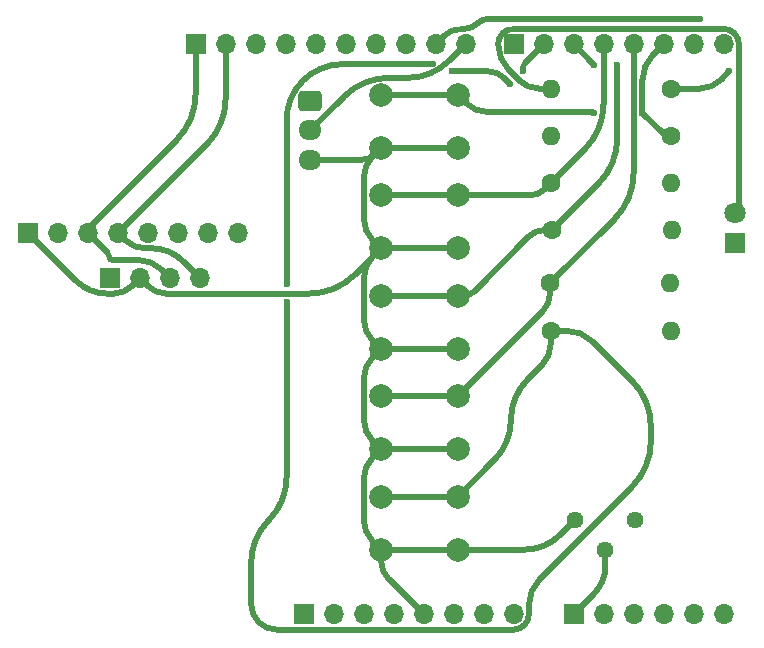
<source format=gbr>
%TF.GenerationSoftware,KiCad,Pcbnew,8.0.8*%
%TF.CreationDate,2025-02-03T17:03:24-07:00*%
%TF.ProjectId,Uno_Shield_ThermoPro,556e6f5f-5368-4696-956c-645f54686572,rev?*%
%TF.SameCoordinates,Original*%
%TF.FileFunction,Copper,L1,Top*%
%TF.FilePolarity,Positive*%
%FSLAX46Y46*%
G04 Gerber Fmt 4.6, Leading zero omitted, Abs format (unit mm)*
G04 Created by KiCad (PCBNEW 8.0.8) date 2025-02-03 17:03:24*
%MOMM*%
%LPD*%
G01*
G04 APERTURE LIST*
G04 Aperture macros list*
%AMRoundRect*
0 Rectangle with rounded corners*
0 $1 Rounding radius*
0 $2 $3 $4 $5 $6 $7 $8 $9 X,Y pos of 4 corners*
0 Add a 4 corners polygon primitive as box body*
4,1,4,$2,$3,$4,$5,$6,$7,$8,$9,$2,$3,0*
0 Add four circle primitives for the rounded corners*
1,1,$1+$1,$2,$3*
1,1,$1+$1,$4,$5*
1,1,$1+$1,$6,$7*
1,1,$1+$1,$8,$9*
0 Add four rect primitives between the rounded corners*
20,1,$1+$1,$2,$3,$4,$5,0*
20,1,$1+$1,$4,$5,$6,$7,0*
20,1,$1+$1,$6,$7,$8,$9,0*
20,1,$1+$1,$8,$9,$2,$3,0*%
G04 Aperture macros list end*
%TA.AperFunction,ComponentPad*%
%ADD10R,1.700000X1.700000*%
%TD*%
%TA.AperFunction,ComponentPad*%
%ADD11O,1.700000X1.700000*%
%TD*%
%TA.AperFunction,ComponentPad*%
%ADD12C,2.000000*%
%TD*%
%TA.AperFunction,ComponentPad*%
%ADD13R,1.800000X1.800000*%
%TD*%
%TA.AperFunction,ComponentPad*%
%ADD14C,1.800000*%
%TD*%
%TA.AperFunction,ComponentPad*%
%ADD15C,1.600000*%
%TD*%
%TA.AperFunction,ComponentPad*%
%ADD16O,1.600000X1.600000*%
%TD*%
%TA.AperFunction,ComponentPad*%
%ADD17RoundRect,0.250000X-0.725000X0.600000X-0.725000X-0.600000X0.725000X-0.600000X0.725000X0.600000X0*%
%TD*%
%TA.AperFunction,ComponentPad*%
%ADD18O,1.950000X1.700000*%
%TD*%
%TA.AperFunction,ComponentPad*%
%ADD19C,1.440000*%
%TD*%
%TA.AperFunction,ViaPad*%
%ADD20C,0.600000*%
%TD*%
%TA.AperFunction,Conductor*%
%ADD21C,0.508000*%
%TD*%
G04 APERTURE END LIST*
D10*
%TO.P,J1,1,Pin_1*%
%TO.N,unconnected-(J1-Pin_1-Pad1)*%
X127940000Y-97460000D03*
D11*
%TO.P,J1,2,Pin_2*%
%TO.N,/IOREF*%
X130480000Y-97460000D03*
%TO.P,J1,3,Pin_3*%
%TO.N,/~{RESET}*%
X133020000Y-97460000D03*
%TO.P,J1,4,Pin_4*%
%TO.N,+3V3*%
X135560000Y-97460000D03*
%TO.P,J1,5,Pin_5*%
%TO.N,+5V*%
X138100000Y-97460000D03*
%TO.P,J1,6,Pin_6*%
%TO.N,GND*%
X140640000Y-97460000D03*
%TO.P,J1,7,Pin_7*%
X143180000Y-97460000D03*
%TO.P,J1,8,Pin_8*%
%TO.N,VCC*%
X145720000Y-97460000D03*
%TD*%
D10*
%TO.P,J3,1,Pin_1*%
%TO.N,/temp_sensor*%
X150800000Y-97460000D03*
D11*
%TO.P,J3,2,Pin_2*%
%TO.N,/A1*%
X153340000Y-97460000D03*
%TO.P,J3,3,Pin_3*%
%TO.N,/A2*%
X155880000Y-97460000D03*
%TO.P,J3,4,Pin_4*%
%TO.N,/A3*%
X158420000Y-97460000D03*
%TO.P,J3,5,Pin_5*%
%TO.N,/SDA{slash}A4*%
X160960000Y-97460000D03*
%TO.P,J3,6,Pin_6*%
%TO.N,/SCL{slash}A5*%
X163500000Y-97460000D03*
%TD*%
D10*
%TO.P,J2,1,Pin_1*%
%TO.N,/I2C_SCL*%
X118796000Y-49200000D03*
D11*
%TO.P,J2,2,Pin_2*%
%TO.N,/I2C_SDA*%
X121336000Y-49200000D03*
%TO.P,J2,3,Pin_3*%
%TO.N,/AREF*%
X123876000Y-49200000D03*
%TO.P,J2,4,Pin_4*%
%TO.N,GND*%
X126416000Y-49200000D03*
%TO.P,J2,5,Pin_5*%
%TO.N,/13*%
X128956000Y-49200000D03*
%TO.P,J2,6,Pin_6*%
%TO.N,/12*%
X131496000Y-49200000D03*
%TO.P,J2,7,Pin_7*%
%TO.N,/\u002A11*%
X134036000Y-49200000D03*
%TO.P,J2,8,Pin_8*%
%TO.N,/\u002A10*%
X136576000Y-49200000D03*
%TO.P,J2,9,Pin_9*%
%TO.N,/led_light*%
X139116000Y-49200000D03*
%TO.P,J2,10,Pin_10*%
%TO.N,/8*%
X141656000Y-49200000D03*
%TD*%
D10*
%TO.P,J4,1,Pin_1*%
%TO.N,/7*%
X145720000Y-49200000D03*
D11*
%TO.P,J4,2,Pin_2*%
%TO.N,/button_light*%
X148260000Y-49200000D03*
%TO.P,J4,3,Pin_3*%
%TO.N,/button_cal*%
X150800000Y-49200000D03*
%TO.P,J4,4,Pin_4*%
%TO.N,/button_units*%
X153340000Y-49200000D03*
%TO.P,J4,5,Pin_5*%
%TO.N,/button_lock*%
X155880000Y-49200000D03*
%TO.P,J4,6,Pin_6*%
%TO.N,/button_onoff*%
X158420000Y-49200000D03*
%TO.P,J4,7,Pin_7*%
%TO.N,/TX{slash}1*%
X160960000Y-49200000D03*
%TO.P,J4,8,Pin_8*%
%TO.N,/RX{slash}0*%
X163500000Y-49200000D03*
%TD*%
D12*
%TO.P,SW4,1,A*%
%TO.N,/button_lock*%
X134500000Y-79000000D03*
X141000000Y-79000000D03*
%TO.P,SW4,2,B*%
%TO.N,+5V*%
X134500000Y-83500000D03*
X141000000Y-83500000D03*
%TD*%
D13*
%TO.P,D1,1,K*%
%TO.N,GND*%
X164500000Y-66000000D03*
D14*
%TO.P,D1,2,A*%
%TO.N,Net-(D1-A)*%
X164500000Y-63460000D03*
%TD*%
D12*
%TO.P,SW5,1,A*%
%TO.N,/button_light*%
X134500000Y-87500000D03*
X141000000Y-87500000D03*
%TO.P,SW5,2,B*%
%TO.N,+5V*%
X134500000Y-92000000D03*
X141000000Y-92000000D03*
%TD*%
%TO.P,SW2,1,A*%
%TO.N,/button_units*%
X134500000Y-62000000D03*
X141000000Y-62000000D03*
%TO.P,SW2,2,B*%
%TO.N,+5V*%
X134500000Y-66500000D03*
X141000000Y-66500000D03*
%TD*%
D15*
%TO.P,R4,1*%
%TO.N,/button_cal*%
X148960000Y-64960000D03*
D16*
%TO.P,R4,2*%
%TO.N,GND*%
X159120000Y-64960000D03*
%TD*%
D15*
%TO.P,R1,1*%
%TO.N,/led_light*%
X159040000Y-52960000D03*
D16*
%TO.P,R1,2*%
%TO.N,Net-(D1-A)*%
X148880000Y-52960000D03*
%TD*%
D12*
%TO.P,SW3,1,A*%
%TO.N,/button_cal*%
X134500000Y-70500000D03*
X141000000Y-70500000D03*
%TO.P,SW3,2,B*%
%TO.N,+5V*%
X134500000Y-75000000D03*
X141000000Y-75000000D03*
%TD*%
D10*
%TO.P,J6,1,Pin_1*%
%TO.N,GND*%
X111550000Y-69010000D03*
D11*
%TO.P,J6,2,Pin_2*%
%TO.N,+5V*%
X114090000Y-69010000D03*
%TO.P,J6,3,Pin_3*%
%TO.N,/I2C_SCL*%
X116630000Y-69010000D03*
%TO.P,J6,4,Pin_4*%
%TO.N,/I2C_SDA*%
X119170000Y-69010000D03*
%TD*%
D12*
%TO.P,SW1,1,A*%
%TO.N,/button_onoff*%
X134500000Y-53500000D03*
X141000000Y-53500000D03*
%TO.P,SW1,2,B*%
%TO.N,+5V*%
X134500000Y-58000000D03*
X141000000Y-58000000D03*
%TD*%
D17*
%TO.P,J7,1,Pin_1*%
%TO.N,GND*%
X128500000Y-54000000D03*
D18*
%TO.P,J7,2,Pin_2*%
%TO.N,/8*%
X128500000Y-56500000D03*
%TO.P,J7,3,Pin_3*%
%TO.N,+5V*%
X128500000Y-59000000D03*
%TD*%
D15*
%TO.P,R5,1*%
%TO.N,/button_lock*%
X148800000Y-69460000D03*
D16*
%TO.P,R5,2*%
%TO.N,GND*%
X158960000Y-69460000D03*
%TD*%
D15*
%TO.P,R2,1*%
%TO.N,/button_onoff*%
X159040000Y-56960000D03*
D16*
%TO.P,R2,2*%
%TO.N,GND*%
X148880000Y-56960000D03*
%TD*%
D19*
%TO.P,RV1,1,1*%
%TO.N,+5V*%
X150960000Y-89460000D03*
%TO.P,RV1,2,2*%
%TO.N,/temp_sensor*%
X153500000Y-92000000D03*
%TO.P,RV1,3,3*%
%TO.N,GND*%
X156040000Y-89460000D03*
%TD*%
D10*
%TO.P,J5,1,Pin_1*%
%TO.N,+5V*%
X104630000Y-65180000D03*
D11*
%TO.P,J5,2,Pin_2*%
%TO.N,GND*%
X107170000Y-65180000D03*
%TO.P,J5,3,Pin_3*%
%TO.N,/I2C_SCL*%
X109710000Y-65180000D03*
%TO.P,J5,4,Pin_4*%
%TO.N,/I2C_SDA*%
X112250000Y-65180000D03*
%TO.P,J5,5,Pin_5*%
%TO.N,unconnected-(J5-Pin_5-Pad5)*%
X114790000Y-65180000D03*
%TO.P,J5,6,Pin_6*%
%TO.N,unconnected-(J5-Pin_6-Pad6)*%
X117330000Y-65180000D03*
%TO.P,J5,7,Pin_7*%
%TO.N,unconnected-(J5-Pin_7-Pad7)*%
X119870000Y-65180000D03*
%TO.P,J5,8,Pin_8*%
%TO.N,unconnected-(J5-Pin_8-Pad8)*%
X122410000Y-65180000D03*
%TD*%
D15*
%TO.P,R6,1*%
%TO.N,/button_light*%
X148880000Y-73460000D03*
D16*
%TO.P,R6,2*%
%TO.N,GND*%
X159040000Y-73460000D03*
%TD*%
D15*
%TO.P,R3,1*%
%TO.N,/button_units*%
X148880000Y-60960000D03*
D16*
%TO.P,R3,2*%
%TO.N,GND*%
X159040000Y-60960000D03*
%TD*%
D20*
%TO.N,/button_onoff*%
X152500000Y-55000000D03*
X156634000Y-55000000D03*
%TO.N,/button_light*%
X138894841Y-50894841D03*
X146500000Y-51500000D03*
X140500000Y-51500000D03*
X126500000Y-71068000D03*
X145422841Y-52577159D03*
X126500000Y-69500000D03*
%TO.N,/button_cal*%
X152500000Y-51000000D03*
X154500000Y-51000000D03*
%TO.N,/led_light*%
X164000000Y-51500000D03*
X161500000Y-47035000D03*
%TD*%
D21*
%TO.N,/temp_sensor*%
X153500000Y-93380000D02*
G75*
G02*
X152524189Y-95735804I-3331600J0D01*
G01*
%TO.N,/led_light*%
X141308067Y-47896000D02*
G75*
G03*
X139792055Y-48523972I33J-2144000D01*
G01*
X163270000Y-52230000D02*
G75*
G02*
X161507624Y-52960010I-1762400J1762400D01*
G01*
X143665953Y-47035000D02*
G75*
G03*
X142626662Y-47465527I47J-1469800D01*
G01*
X142626635Y-47465500D02*
G75*
G02*
X141587316Y-47896017I-1039335J1039300D01*
G01*
%TO.N,Net-(D1-A)*%
X164422067Y-48277932D02*
G75*
G03*
X163500000Y-47896000I-922067J-922068D01*
G01*
X146162064Y-52250064D02*
G75*
G03*
X147876000Y-52959991I1713936J1713964D01*
G01*
X164804000Y-62941039D02*
G75*
G02*
X164651988Y-63307988I-519000J39D01*
G01*
X145720000Y-47896000D02*
G75*
G03*
X144416000Y-49200000I0J-1304000D01*
G01*
X164422067Y-48277932D02*
G75*
G02*
X164804000Y-49199999I-922067J-922068D01*
G01*
X144416000Y-49200000D02*
G75*
G03*
X145338074Y-51426060I3148100J0D01*
G01*
%TO.N,/button_cal*%
X142353553Y-70146446D02*
G75*
G02*
X141500000Y-70500001I-853553J853546D01*
G01*
X148250000Y-64960000D02*
G75*
G03*
X147037953Y-65462044I0J-1714100D01*
G01*
X152464644Y-50864644D02*
G75*
G02*
X152500003Y-50950000I-85344J-85356D01*
G01*
X154500000Y-57166036D02*
G75*
G02*
X152906200Y-61013785I-5441600J36D01*
G01*
X141500000Y-70500000D02*
X140500000Y-70500000D01*
%TO.N,/button_units*%
X153340000Y-54246036D02*
G75*
G02*
X151746200Y-58093785I-5441600J36D01*
G01*
X148360000Y-61480000D02*
G75*
G02*
X147104608Y-62000004I-1255400J1255400D01*
G01*
%TO.N,/button_light*%
X147024000Y-97460000D02*
G75*
G02*
X146642067Y-98382067I-1304000J0D01*
G01*
X146690918Y-50769081D02*
G75*
G03*
X146499988Y-51230000I460882J-460919D01*
G01*
X146914213Y-77585786D02*
G75*
G03*
X145499991Y-81000000I3414187J-3414214D01*
G01*
X131241702Y-50894841D02*
G75*
G03*
X127888820Y-52283661I-2J-4741659D01*
G01*
X145500000Y-81000000D02*
G75*
G02*
X144085781Y-84414208I-4828400J0D01*
G01*
X147946067Y-94470067D02*
G75*
G03*
X147024014Y-96696135I2226033J-2226033D01*
G01*
X157344000Y-82818171D02*
G75*
G02*
X155750232Y-86665952I-5441600J-29D01*
G01*
X123500000Y-96606217D02*
G75*
G03*
X124132005Y-98131995I2157800J17D01*
G01*
X125000000Y-89500000D02*
G75*
G03*
X123500008Y-93121320I3621300J-3621300D01*
G01*
X124132000Y-98132000D02*
G75*
G03*
X125657782Y-98764007I1525800J1525800D01*
G01*
X144884261Y-52038579D02*
G75*
G03*
X143584015Y-51499982I-1300261J-1300221D01*
G01*
X126500000Y-85878679D02*
G75*
G02*
X125000006Y-89500006I-5121300J-21D01*
G01*
X127888812Y-52283653D02*
G75*
G03*
X126500029Y-55636543I3352888J-3352847D01*
G01*
X148880000Y-74540000D02*
G75*
G02*
X148116335Y-76383686I-2607400J0D01*
G01*
X155750207Y-77701073D02*
G75*
G02*
X157343964Y-81548829I-3847807J-3847727D01*
G01*
X152438673Y-74389539D02*
G75*
G03*
X150194567Y-73460010I-2244073J-2244061D01*
G01*
X146642067Y-98382067D02*
G75*
G02*
X145720000Y-98764000I-922067J922067D01*
G01*
X126500000Y-57100589D02*
X126500000Y-61786877D01*
%TO.N,/button_lock*%
X155880000Y-60126036D02*
G75*
G02*
X154286200Y-63973785I-5441600J36D01*
G01*
X148800000Y-70330000D02*
G75*
G02*
X148184825Y-71815190I-2100400J0D01*
G01*
%TO.N,/button_onoff*%
X141711000Y-54211000D02*
G75*
G03*
X143427505Y-54921998I1716500J1716500D01*
G01*
X152461000Y-54961000D02*
G75*
G03*
X152366845Y-54921952I-94200J-94100D01*
G01*
X158436315Y-56802315D02*
G75*
G03*
X158817000Y-56959991I380685J380715D01*
G01*
X157527000Y-50093000D02*
G75*
G03*
X156633997Y-52248892I2155900J-2155900D01*
G01*
%TO.N,/I2C_SDA*%
X117736479Y-67576479D02*
G75*
G03*
X115099000Y-66484012I-2637479J-2637521D01*
G01*
X121336000Y-53840036D02*
G75*
G02*
X119742200Y-57687785I-5441600J36D01*
G01*
X112902000Y-65832000D02*
G75*
G03*
X114476067Y-66484014I1574100J1574100D01*
G01*
%TO.N,/I2C_SCL*%
X109847885Y-64652114D02*
G75*
G03*
X109710008Y-64985000I332915J-332886D01*
G01*
X111500000Y-67235000D02*
G75*
G03*
X111765000Y-67500000I265000J0D01*
G01*
X111312616Y-66782616D02*
G75*
G02*
X111499990Y-67235000I-452416J-452384D01*
G01*
X109710000Y-64985000D02*
G75*
G03*
X109847879Y-65317891I470800J0D01*
G01*
X118796000Y-53450036D02*
G75*
G02*
X117202200Y-57297785I-5441600J36D01*
G01*
X115875000Y-68255000D02*
G75*
G03*
X114052268Y-67500013I-1822700J-1822700D01*
G01*
%TO.N,/8*%
X140233000Y-50623000D02*
G75*
G02*
X136797574Y-52045989I-3435400J3435400D01*
G01*
X135207963Y-52046000D02*
G75*
G03*
X131360236Y-53639821I37J-5441500D01*
G01*
%TO.N,+5V*%
X149690000Y-90730000D02*
G75*
G02*
X146623948Y-92000020I-3066100J3066100D01*
G01*
X133773000Y-84227000D02*
G75*
G03*
X133046014Y-85982133I1755100J-1755100D01*
G01*
X114742000Y-69662000D02*
G75*
G03*
X116316067Y-70314014I1574100J1574100D01*
G01*
X134000000Y-58500000D02*
G75*
G02*
X132792893Y-58999997I-1207100J1207100D01*
G01*
X133773000Y-67227000D02*
G75*
G03*
X133046014Y-68982133I1755100J-1755100D01*
G01*
X108695561Y-69245561D02*
G75*
G03*
X111275000Y-70313993I2579439J2579461D01*
G01*
X133773000Y-84227000D02*
G75*
G03*
X133773000Y-82773000I-727000J727000D01*
G01*
X135528133Y-83500000D02*
G75*
G03*
X133772990Y-84226990I-33J-2482100D01*
G01*
X133773000Y-82773000D02*
G75*
G03*
X135528133Y-83499986I1755100J1755100D01*
G01*
X133046000Y-64017866D02*
G75*
G03*
X133772990Y-65773010I2482100J-34D01*
G01*
X133046000Y-81017866D02*
G75*
G03*
X133772990Y-82773010I2482100J-34D01*
G01*
X113438000Y-69662000D02*
G75*
G02*
X111863932Y-70314014I-1574100J1574100D01*
G01*
X134500000Y-92930000D02*
G75*
G03*
X135157613Y-94517605I2245200J0D01*
G01*
X133773000Y-58727000D02*
G75*
G03*
X133046014Y-60482133I1755100J-1755100D01*
G01*
X133773000Y-75727000D02*
G75*
G03*
X133046014Y-77482133I1755100J-1755100D01*
G01*
X134500000Y-92930000D02*
G75*
G03*
X133842386Y-91342394I-2245200J0D01*
G01*
X135430000Y-92000000D02*
G75*
G03*
X134500000Y-92930000I0J-930000D01*
G01*
X133842390Y-91342390D02*
G75*
G03*
X135430000Y-92000005I1587610J1587590D01*
G01*
X134000000Y-58500000D02*
G75*
G02*
X135207106Y-58000003I1207100J-1207100D01*
G01*
X134000000Y-58500000D02*
X134000000Y-58500000D01*
X135207106Y-58000000D02*
G75*
G03*
X133999998Y-58499998I-6J-1707100D01*
G01*
X133773000Y-75727000D02*
G75*
G03*
X133773000Y-74273000I-727000J727000D01*
G01*
X135528133Y-75000000D02*
G75*
G03*
X133772990Y-75726990I-33J-2482100D01*
G01*
X133773000Y-74273000D02*
G75*
G03*
X135528133Y-74999986I1755100J1755100D01*
G01*
X133046000Y-89517866D02*
G75*
G03*
X133772990Y-91273010I2482100J-34D01*
G01*
X132279792Y-68720207D02*
G75*
G02*
X128432036Y-70314010I-3847792J3847807D01*
G01*
X133046000Y-72517866D02*
G75*
G03*
X133772990Y-74273010I2482100J-34D01*
G01*
%TO.N,GND*%
X111550000Y-69010000D02*
X111000000Y-69010000D01*
%TO.N,+5V*%
X133842390Y-91342390D02*
X133773000Y-91273000D01*
X133773000Y-65773000D02*
X134500000Y-66500000D01*
X111275000Y-70314000D02*
X111863932Y-70314000D01*
X135430000Y-92000000D02*
X141000000Y-92000000D01*
X149690000Y-90730000D02*
X150960000Y-89460000D01*
X135528133Y-83500000D02*
X141000000Y-83500000D01*
X133046000Y-64017866D02*
X133046000Y-60482133D01*
X132792893Y-59000000D02*
X128500000Y-59000000D01*
X133773000Y-67227000D02*
X134500000Y-66500000D01*
X134500000Y-66500000D02*
X132279792Y-68720207D01*
X114742000Y-69662000D02*
X114090000Y-69010000D01*
X113438000Y-69662000D02*
X114090000Y-69010000D01*
X116316067Y-70314000D02*
X128432036Y-70314000D01*
X133046000Y-81017866D02*
X133046000Y-77482133D01*
X135528133Y-75000000D02*
X141000000Y-75000000D01*
X133046000Y-85982133D02*
X133046000Y-89517866D01*
X133773000Y-58727000D02*
X134000000Y-58500000D01*
X135157609Y-94517609D02*
X138100000Y-97460000D01*
X146623948Y-92000000D02*
X141000000Y-92000000D01*
X134500000Y-66500000D02*
X141000000Y-66500000D01*
X133046000Y-68982133D02*
X133046000Y-72517866D01*
X135207106Y-58000000D02*
X141000000Y-58000000D01*
X108695561Y-69245561D02*
X104630000Y-65180000D01*
%TO.N,/8*%
X136797574Y-52046000D02*
X135207963Y-52046000D01*
X131360207Y-53639792D02*
X128500000Y-56500000D01*
X140233000Y-50623000D02*
X141656000Y-49200000D01*
%TO.N,/I2C_SCL*%
X109847885Y-64652114D02*
X117202207Y-57297792D01*
X111765000Y-67500000D02*
X114052268Y-67500000D01*
X111312616Y-66782616D02*
X109847885Y-65317885D01*
X118796000Y-53450036D02*
X118796000Y-49200000D01*
X115875000Y-68255000D02*
X116630000Y-69010000D01*
%TO.N,/I2C_SDA*%
X115099000Y-66484000D02*
X114476067Y-66484000D01*
X112902000Y-65832000D02*
X112250000Y-65180000D01*
X117736479Y-67576479D02*
X119170000Y-69010000D01*
X119742207Y-57687792D02*
X112250000Y-65180000D01*
X121336000Y-53840036D02*
X121336000Y-49200000D01*
%TO.N,/button_onoff*%
X141711000Y-54211000D02*
X141000000Y-53500000D01*
X156634000Y-55000000D02*
X156634000Y-52248892D01*
X157527000Y-50093000D02*
X158420000Y-49200000D01*
X158817000Y-56960000D02*
X159040000Y-56960000D01*
X156634000Y-55000000D02*
X158436315Y-56802315D01*
X141000000Y-53500000D02*
X134500000Y-53500000D01*
X143427505Y-54922000D02*
X152366845Y-54922000D01*
X152461000Y-54961000D02*
X152500000Y-55000000D01*
%TO.N,/button_lock*%
X155880000Y-60126036D02*
X155880000Y-49200000D01*
X141000000Y-79000000D02*
X148184817Y-71815182D01*
X141000000Y-79000000D02*
X134500000Y-79000000D01*
X148800000Y-69460000D02*
X154286207Y-63973792D01*
X148800000Y-69460000D02*
X148800000Y-70330000D01*
%TO.N,/button_light*%
X123500000Y-96606217D02*
X123500000Y-93121320D01*
X147946067Y-94470067D02*
X155750207Y-86665927D01*
X144085786Y-84414213D02*
X141000000Y-87500000D01*
X125657782Y-98764000D02*
X145720000Y-98764000D01*
X126500000Y-71068000D02*
X126500000Y-85878679D01*
X126500000Y-55636543D02*
X126500000Y-57100589D01*
X126500000Y-69500000D02*
X126500000Y-61786877D01*
X146914213Y-77585786D02*
X148116324Y-76383675D01*
X146690918Y-50769081D02*
X148260000Y-49200000D01*
X146500000Y-51230000D02*
X146500000Y-51500000D01*
X141000000Y-87500000D02*
X134500000Y-87500000D01*
X131241702Y-50894841D02*
X138894841Y-50894841D01*
X148880000Y-74540000D02*
X148880000Y-73460000D01*
X145422841Y-52577159D02*
X144884261Y-52038579D01*
X157344000Y-82818171D02*
X157344000Y-81548829D01*
X150194567Y-73460000D02*
X148880000Y-73460000D01*
X155750207Y-77701073D02*
X152438673Y-74389539D01*
X143584015Y-51500000D02*
X140500000Y-51500000D01*
X147024000Y-97460000D02*
X147024000Y-96696135D01*
%TO.N,/button_units*%
X148360000Y-61480000D02*
X148880000Y-60960000D01*
X153340000Y-54246036D02*
X153340000Y-49200000D01*
X141000000Y-62000000D02*
X147104608Y-62000000D01*
X141000000Y-62000000D02*
X134500000Y-62000000D01*
X151746207Y-58093792D02*
X148880000Y-60960000D01*
%TO.N,/button_cal*%
X154500000Y-51000000D02*
X154500000Y-57166036D01*
X140500000Y-70500000D02*
X134500000Y-70500000D01*
X152464644Y-50864644D02*
X150800000Y-49200000D01*
X142353553Y-70146446D02*
X147037954Y-65462045D01*
X148250000Y-64960000D02*
X148960000Y-64960000D01*
X148960000Y-64960000D02*
X152906207Y-61013792D01*
X152500000Y-51000000D02*
X152500000Y-50950000D01*
%TO.N,Net-(D1-A)*%
X164652000Y-63308000D02*
X164500000Y-63460000D01*
X146162064Y-52250064D02*
X145338067Y-51426067D01*
X147876000Y-52960000D02*
X148880000Y-52960000D01*
X163500000Y-47896000D02*
X145720000Y-47896000D01*
X164804000Y-62941039D02*
X164804000Y-49199999D01*
%TO.N,/led_light*%
X161507624Y-52960000D02*
X159040000Y-52960000D01*
X164000000Y-51500000D02*
X163270000Y-52230000D01*
X161500000Y-47035000D02*
X143665953Y-47035000D01*
X139792041Y-48523958D02*
X139116000Y-49200000D01*
X141308067Y-47896000D02*
X141587316Y-47896000D01*
%TO.N,/temp_sensor*%
X153500000Y-93380000D02*
X153500000Y-92000000D01*
X152524192Y-95735807D02*
X150800000Y-97460000D01*
%TD*%
M02*

</source>
